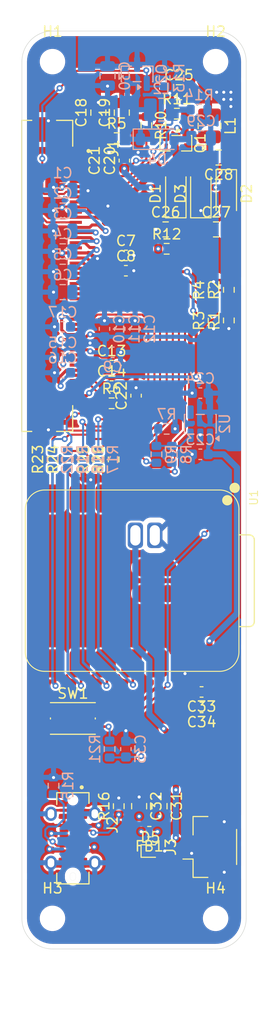
<source format=kicad_pcb>
(kicad_pcb (version 20241229) (generator "pcbnew") (generator_version "9.0")
  (layers (0 "F.Cu" signal) (2 "B.Cu" signal) (13 "F.Paste" user) (15 "B.Paste" user) (5 "F.SilkS" user "F.Silkscreen") (7 "B.SilkS" user "B.Silkscreen") (1 "F.Mask" user) (3 "B.Mask" user) (25 "Edge.Cuts" user))
  (net 0 "")
  (net 1 "+3.3V")
  (net 2 "Net-(C19-Pad1)")
  (net 4 "Net-(C22-Pad1)")
  (net 6 "+5V")
  (net 10 "+5V_USB")
  (net 12 "/epaper display (page 3)/CS")
  (net 13 "/epaper display (page 3)/SCK")
  (net 14 "/epaper display (page 3)/GDRC")
  (net 15 "Net-(J2-CC2)")
  (net 16 "Net-(J2-CC1)")
  (net 17 "Net-(U2-EN)")
  (net 18 "/epaper display (page 3)/DISP_PWR_EN")
  (net 19 "/esp32-s3/ESP32_MOSI")
  (net 20 "/esp32-s3/ESP32_SCK")
  (net 21 "/esp32-s3/ESP32_MISO")
  (net 22 "Net-(R21-Pad1)")
  (net 23 "+3V3_ESP32")
  (net 24 "/epaper display (page 3)/RESEC")
  (net 25 "/epaper display (page 3)/REFN")
  (net 27 "/epaper display (page 3)/DC")
  (net 28 "/epaper display (page 3)/CP1P")
  (net 29 "/epaper display (page 3)/VPH")
  (net 31 "/epaper display (page 3)/BUSY_N")
  (net 32 "/epaper display (page 3)/CP1N")
  (net 33 "/epaper display (page 3)/TFT_VCOM")
  (net 34 "/epaper display (page 3)/FPL_VCOM")
  (net 35 "/epaper display (page 3)/VSL_LV2")
  (net 36 "/epaper display (page 3)/VCP2")
  (net 37 "/epaper display (page 3)/BS0")
  (net 38 "/epaper display (page 3)/REFP")
  (net 39 "/esp32-s3/ESP32_DC")
  (net 40 "/epaper display (page 3)/RESEH")
  (net 41 "/epaper display (page 3)/VCP1")
  (net 42 "/epaper display (page 3)/BS1")
  (net 43 "GND")
  (net 44 "/epaper display (page 3)/VSL_LV")
  (net 45 "/esp32-s3/ESP32_CS")
  (net 46 "/epaper display (page 3)/SI2")
  (net 47 "/esp32-s3/ESP32_RST_N")
  (net 48 "/epaper display (page 3)/CP2P")
  (net 49 "/epaper display (page 3)/VSH")
  (net 50 "/epaper display (page 3)/VGH")
  (net 51 "/epaper display (page 3)/VPC")
  (net 52 "/epaper display (page 3)/RST_N")
  (net 53 "/epaper display (page 3)/VCOMBO")
  (net 54 "/epaper display (page 3)/GDRH")
  (net 55 "/epaper display (page 3)/VDDO")
  (net 56 "/epaper display (page 3)/VSL")
  (net 58 "/epaper display (page 3)/SI0")
  (net 60 "/epaper display (page 3)/VSH_LV2")
  (net 61 "/epaper display (page 3)/SI3")
  (net 63 "/epaper display (page 3)/VSH_LV")
  (net 64 "/epaper display (page 3)/CP2N")
  (net 65 "/epaper display (page 3)/SI1")
  (net 66 "/esp32-s3/ESP32_BUSY_N")
  (net 67 "/esp32-s3/ESP32_DISP_PWR_EN")
  (net 68 "/epaper display (page 3)/VGL")
  (net 69 "Net-(D2-K)")
  (net 70 "Net-(D1-A)")
  (net 71 "Net-(D4-K)")
  (net 72 "/esp32-s3/VBAT")
  (net 82 "Net-(U1-GPIO1_A0_D0)")
  (footprint "Connector_JST:JST_GH_SM02B-GHS-TB_1x02-1MP_P1.25mm_Horizontal" (layer "F.Cu") (at 90.5 129 90)
    (property "Reference" "J3")
    (property "Value" "SM02B-GHS-TB")
  )
  (footprint "Resistor_SMD:R_0603_1608Metric" (layer "F.Cu") (at 84.2125 58.2375 -90)
    (property "Reference" "R10")
    (property "Value" "0.47")
  )
  (footprint "Button_Switch_SMD:SW_Push_1P1T_NO_CK_KMR2" (layer "F.Cu") (at 77 116.4)
    (property "Reference" "SW1")
    (property "Value" "SW_Push")
  )
  (footprint "Inductor_SMD:L_0603_1608Metric" (layer "F.Cu") (at 84.5 127.5 180)
    (property "Reference" "FB1")
    (property "Value" "30mOhm@100MHz")
  )
  (footprint "Capacitor_SMD:C_0805_2012Metric" (layer "F.Cu") (at 81.8 57 90)
    (property "Reference" "C19")
    (property "Value" "0.47uF")
  )
  (footprint "Resistor_SMD:R_0603_1608Metric" (layer "F.Cu") (at 90.8 77.4 90)
    (property "Reference" "R3")
    (property "Value" "0")
  )
  (footprint "Inductor_SMD:L_1008_2520Metric" (layer "F.Cu") (at 90.4 58.3 -90)
    (property "Reference" "L1")
    (property "Value" "10uH")
  )
  (footprint "Diode_SMD:D_SOD-123" (layer "F.Cu") (at 89.549998 64.95 90)
    (property "Reference" "D3")
    (property "Value" "MBR0530")
  )
  (footprint "Package_TO_SOT_SMD:SOT-23" (layer "F.Cu") (at 87.1 60 -90)
    (property "Reference" "Q1")
    (property "Value" "BSS138")
  )
  (footprint "Diode_SMD:D_SOD-123" (layer "F.Cu") (at 92.049998 64.95 -90)
    (property "Reference" "D2")
    (property "Value" "MBR0530")
  )
  (footprint "everframe_library.footprints:AMPHENOL_GSB1CA11101DSHR" (layer "F.Cu") (at 77 128.15 -90)
    (property "Reference" "J2")
    (property "Value" "GSB1CA11101DSHR")
    (fp_line (start 3.65 0.285) (end 3.85 0.285) (stroke (width 0.01)) (layer "Edge.Cuts"))
    (fp_line (start 3.85 -0.285) (end 3.65 -0.285) (stroke (width 0.01)) (layer "Edge.Cuts"))
    (fp_arc (start 3.65 0.285) (mid 3.448475 0.201525) (end 3.365 0) (stroke (width 0.01)) (layer "Edge.Cuts"))
    (fp_arc (start 3.365 0) (mid 3.448475 -0.201525) (end 3.65 -0.285) (stroke (width 0.01)) (layer "Edge.Cuts"))
    (fp_arc (start 4.135 0) (mid 4.051525 0.201525) (end 3.85 0.285) (stroke (width 0.01)) (layer "Edge.Cuts"))
    (fp_arc (start 3.85 -0.285) (mid 4.051525 -0.201525) (end 4.135 0) (stroke (width 0.01)) (layer "Edge.Cuts"))
  )
  (footprint "Resistor_SMD:R_0603_1608Metric" (layer "F.Cu") (at 81.3 59.5)
    (property "Reference" "R5")
    (property "Value" "0")
  )
  (footprint "Capacitor_SMD:C_0603_1608Metric" (layer "F.Cu") (at 82.2 71)
    (property "Reference" "C7")
    (property "Value" "1uF")
  )
  (footprint "MountingHole:MountingHole_2mm" (layer "F.Cu") (at 91 52)
    (property "Reference" "H2")
    (property "Value" "MountingHole")
  )
  (footprint "Resistor_SMD:R_0603_1608Metric" (layer "F.Cu") (at 75 91 90)
    (property "Reference" "R23")
    (property "Value" "0")
  )
  (footprint "MountingHole:MountingHole_2mm" (layer "F.Cu") (at 91 136)
    (property "Reference" "H4")
    (property "Value" "MountingHole")
  )
  (footprint "Resistor_SMD:R_0603_1608Metric" (layer "F.Cu") (at 86.199998 70.35)
    (property "Reference" "R12")
    (property "Value" "0.47")
  )
  (footprint "Resistor_SMD:R_0603_1608Metric" (layer "F.Cu") (at 80.8 85.5)
    (property "Reference" "R6")
    (property "Value" "0")
  )
  (footprint "MountingHole:MountingHole_2mm" (layer "F.Cu") (at 75 52)
    (property "Reference" "H1")
    (property "Value" "MountingHole")
  )
  (footprint "Diode_SMD:D_SOD-882D" (layer "F.Cu") (at 84.6 129.4)
    (property "Reference" "D5")
    (property "Value" "PESD5V0L1ULD")
  )
  (footprint "Resistor_SMD:R_0603_1608Metric" (layer "F.Cu") (at 87.2 57.1)
    (property "Reference" "R11")
    (property "Value" "1M")
  )
  (footprint "Capacitor_SMD:C_0603_1608Metric" (layer "F.Cu") (at 80.8 81.8)
    (property "Reference" "C13")
    (property "Value" "1uF")
  )
  (footprint "everframe_library.footprints:AMPHENOL_62684-501100ALF" (layer "F.Cu") (at 73.707958 73.006782 -90)
    (property "Reference" "J1")
    (property "Value" "62684-501100ALF")
  )
  (footprint "Capacitor_SMD:C_0805_2012Metric" (layer "F.Cu") (at 91.3 61.4 180)
    (property "Reference" "C28")
    (property "Value" "10uF")
  )
  (footprint "Resistor_SMD:R_0603_1608Metric" (layer "F.Cu") (at 90.8 74.4 90)
    (property "Reference" "R4")
    (property "Value" "0")
  )
  (footprint "Diode_SMD:D_SOD-123" (layer "F.Cu") (at 87.099998 64.95 90)
    (property "Reference" "D1")
    (property "Value" "MBR0530")
  )
  (footprint "Capacitor_SMD:C_0805_2012Metric" (layer "F.Cu") (at 85.5 125 -90)
    (property "Reference" "C31")
    (property "Value" "10uF")
  )
  (footprint "Capacitor_SMD:C_0603_1608Metric" (layer "F.Cu") (at 80.8 83.8)
    (property "Reference" "C14")
    (property "Value" "1uF")
  )
  (footprint "Resistor_SMD:R_0603_1608Metric" (layer "F.Cu") (at 76.5 91 90)
    (property "Reference" "R24")
    (property "Value" "0")
  )
  (footprint "Capacitor_SMD:C_0603_1608Metric" (layer "F.Cu") (at 89.625 113.8 180)
    (property "Reference" "C33")
    (property "Value" "0.1uF")
  )
  (footprint "Capacitor_SMD:C_0805_2012Metric" (layer "F.Cu") (at 83.5 125 -90)
    (property "Reference" "C32")
    (property "Value" "10uF")
  )
  (footprint "seed_studio:XIAO-ESP32S3-SMD" (layer "F.Cu") (at 82.797 102.896364 -90)
    (property "Reference" "U1")
    (property "Value" "XIAO-ESP32-S3-SMD")
  )
  (footprint "Resistor_SMD:R_0603_1608Metric" (layer "F.Cu") (at 81.5 125 90)
    (property "Reference" "R16")
    (property "Value" "5.1k")
  )
  (footprint "Capacitor_SMD:C_0603_1608Metric" (layer "F.Cu") (at 82.05 61.7 90)
    (property "Reference" "C20")
    (property "Value" "0.1uF")
  )
  (footprint "Capacitor_SMD:C_0805_2012Metric" (layer "F.Cu") (at 91.049998 68.45)
    (property "Reference" "C27")
    (property "Value" "10uF")
  )
  (footprint "Capacitor_SMD:C_0603_1608Metric" (layer "F.Cu") (at 82.2 72.5)
    (property "Reference" "C8")
    (property "Value" "1uF")
  )
  (footprint "Resistor_SMD:R_0603_1608Metric" (layer "F.Cu") (at 81 91 90)
    (property "Reference" "R26")
    (property "Value" "0")
  )
  (footprint "Resistor_SMD:R_0603_1608Metric" (layer "F.Cu") (at 78 91 -90)
    (property "Reference" "R20")
    (property "Value" "100k")
  )
  (footprint "MountingHole:MountingHole_2mm" (layer "F.Cu") (at 75 136)
    (property "Reference" "H3")
    (property "Value" "MountingHole")
  )
  (footprint "Resistor_SMD:R_0603_1608Metric" (layer "F.Cu") (at 92.3 77.375 90)
    (property "Reference" "R1")
    (property "Value" "0")
  )
  (footprint "Capacitor_SMD:C_0805_2012Metric" (layer "F.Cu") (at 87.4 55)
    (property "Reference" "C25")
    (property "Value" "4.7uF")
  )
  (footprint "Capacitor_SMD:C_0603_1608Metric" (layer "F.Cu") (at 89.625 115.324 180)
    (property "Reference" "C34")
    (property "Value" "1uF")
  )
  (footprint "Resistor_SMD:R_0603_1608Metric" (layer "F.Cu") (at 79.5 91 90)
    (property "Reference" "R25")
    (property "Value" "0")
  )
  (footprint "Resistor_SMD:R_0603_1608Metric" (layer "F.Cu") (at 92.3 74.375 90)
    (property "Reference" "R2")
    (property "Value" "0")
  )
  (footprint "Capacitor_SMD:C_0603_1608Metric" (layer "F.Cu") (at 80.55 61.7 90)
    (property "Reference" "C21")
    (property "Value" "1uF")
  )
  (footprint "Capacitor_SMD:C_0603_1608Metric" (layer "F.Cu") (at 83.2 84.75 90)
    (property "Reference" "C22")
    (property "Value" "0.47uF")
  )
  (footprint "Capacitor_SMD:C_0805_2012Metric" (layer "F.Cu") (at 79.5 57 90)
    (property "Reference" "C18")
    (property "Value" "4.7uF")
  )
  (footprint "Capacitor_SMD:C_0805_2012Metric" (layer "F.Cu") (at 86.099998 68.45)
    (property "Reference" "C26")
    (property "Value" "10uF")
  )
  (footprint "Capacitor_SMD:C_0603_1608Metric" (layer "B.Cu") (at 89.5 90.5 180)
    (property "Reference" "C23")
    (property "Value" "1uF")
  )
  (footprint "Capacitor_SMD:C_0805_2012Metric" (layer "B.Cu") (at 89.575 59.50675 180)
    (property "Reference" "C29")
    (property "Value" "10uF")
  )
  (footprint "Package_TO_SOT_SMD:SOT-23-5" (layer "B.Cu") (at 89.5 87.5 90)
    (property "Reference" "U2")
    (property "Value" "TLV75533PDBV")
  )
  (footprint "Capacitor_SMD:C_0805_2012Metric" (layer "B.Cu") (at 76 72.6 180)
    (property "Reference" "C5")
    (property "Value" "10uF")
  )
  (footprint "Capacitor_SMD:C_0603_1608Metric" (layer "B.Cu") (at 83.1 78.2 90)
    (property "Reference" "C12")
    (property "Value" "1uF")
  )
  (footprint "Capacitor_SMD:C_0603_1608Metric" (layer "B.Cu") (at 76 78 180)
    (property "Reference" "C17")
    (property "Value" "2.2uF")
  )
  (footprint "Package_TO_SOT_SMD:SOT-23" (layer "B.Cu") (at 83.3 53.2 90)
    (property "Reference" "Q2")
    (property "Value" "SI2301CDS-T1-E3")
  )
  (footprint "Resistor_SMD:R_0603_1608Metric" (layer "B.Cu") (at 75 91 90)
    (property "Reference" "R22")
    (property "Value" "0")
  )
  (footprint "Capacitor_SMD:C_0805_2012Metric" (layer "B.Cu") (at 76 66.6 180)
    (property "Reference" "C2")
    (property "Value" "10uF")
  )
  (footprint "Capacitor_SMD:C_0805_2012Metric" (layer "B.Cu") (at 76 64.6 180)
    (property "Reference" "C1")
    (property "Value" "10uF")
  )
  (footprint "Diode_SMD:D_SOD-123" (layer "B.Cu") (at 85.275 59.60675)
    (property "Reference" "D4")
    (property "Value" "MBR0530")
  )
  (footprint "Resistor_SMD:R_0603_1608Metric" (layer "B.Cu") (at 76.5 91 90)
    (property "Reference" "R19")
    (property "Value" "33")
  )
  (footprint "Capacitor_SMD:C_0805_2012Metric" (layer "B.Cu") (at 76 68.6 180)
    (property "Reference" "C3")
    (property "Value" "10uF")
  )
  (footprint "Resistor_SMD:R_0603_1608Metric" (layer "B.Cu") (at 75.1 123 90)
    (property "Reference" "R15")
    (property "Value" "5.1k")
  )
  (footprint "Resistor_SMD:R_0603_1608Metric" (layer "B.Cu") (at 86.7 90.5 90)
    (property "Reference" "R8")
    (property "Value" "0")
  )
  (footprint "Capacitor_SMD:C_0603_1608Metric" (layer "B.Cu") (at 80.1 78.2 90)
    (property "Reference" "C10")
    (property "Value" "1uF")
  )
  (footprint "Capacitor_SMD:C_0805_2012Metric" (layer "B.Cu") (at 80.4 53.4 90)
    (property "Reference" "C30")
    (property "Value" "4.7uF")
  )
  (footprint "Capacitor_SMD:C_0603_1608Metric" (layer "B.Cu") (at 80.9 80.5)
    (property "Reference" "C9")
    (property "Value" "0.1uF")
  )
  (footprint "Inductor_SMD:L_1008_2520Metric" (layer "B.Cu") (at 85.675 56.70675 180)
    (property "Reference" "L2")
    (property "Value" "10uH")
  )
  (footprint "Capacitor_SMD:C_0603_1608Metric" (layer "B.Cu") (at 76 81 180)
    (property "Reference" "C15")
    (property "Value" "1uF")
  )
  (footprint "Capacitor_SMD:C_0603_1608Metric" (layer "B.Cu") (at 76 82.5 180)
    (property "Reference" "C16")
    (property "Value" "1uF")
  )
  (footprint "Capacitor_SMD:C_0603_1608Metric" (layer "B.Cu") (at 82.2 119.4 90)
    (property "Reference" "C35")
    (property "Value" "1uF")
  )
  (footprint "Capacitor_SMD:C_0805_2012Metric" (layer "B.Cu") (at 76 70.6 180)
    (property "Reference" "C4")
    (property "Value" "10uF")
  )
  (footprint "Resistor_SMD:R_0603_1608Metric" (layer "B.Cu") (at 89.375 56.70675 180)
    (property "Reference" "R14")
    (property "Value" "0.47")
  )
  (footprint "Capacitor_SMD:C_0603_1608Metric" (layer "B.Cu") (at 81.6 78.2 90)
    (property "Reference" "C11")
    (property "Value" "0.1uF")
  )
  (footprint "Resistor_SMD:R_0603_1608Metric" (layer "B.Cu") (at 80.6 119.4 -90)
    (property "Reference" "R21")
    (property "Value" "1k")
  )
  (footprint "Capacitor_SMD:C_0805_2012Metric" (layer "B.Cu") (at 76 74.6 180)
    (property "Reference" "C6")
    (property "Value" "10uF")
  )
  (footprint "Resistor_SMD:R_0603_1608Metric" (layer "B.Cu") (at 86 53.6 90)
    (property "Reference" "R13")
    (property "Value" "1M")
  )
  (footprint "Capacitor_SMD:C_0603_1608Metric" (layer "B.Cu") (at 89.5 84.5 180)
    (property "Reference" "C24")
    (property "Value" "1uF")
  )
  (footprint "Resistor_SMD:R_0603_1608Metric" (layer "B.Cu") (at 85.2 90.5 90)
    (property "Reference" "R9")
    (property "Value" "0")
  )
  (footprint "Resistor_SMD:R_0603_1608Metric" (layer "B.Cu") (at 78 91 90)
    (property "Reference" "R18")
    (property "Value" "33")
  )
  (footprint "Resistor_SMD:R_0603_1608Metric" (layer "B.Cu") (at 86.2 88 180)
    (property "Reference" "R7")
    (property "Value" "100k")
  )
  (footprint "Resistor_SMD:R_0603_1608Metric" (layer "B.Cu") (at 79.5 91 90)
    (property "Reference" "R17")
    (property "Value" "33")
  )
  (gr_arc (start 75 139) (mid 72.87868 138.12132) (end 72 136) (stroke (width 0.05)) (layer "Edge.Cuts"))
  (gr_arc (start 94 136) (mid 93.12132 138.12132) (end 91 139) (stroke (width 0.05)) (layer "Edge.Cuts"))
  (gr_line (start 72 136) (end 72 52) (stroke (width 0.05)) (layer "Edge.Cuts"))
  (gr_line (start 94 52) (end 94 136) (stroke (width 0.05)) (layer "Edge.Cuts"))
  (gr_arc (start 72 52) (mid 72.87868 49.87868) (end 75 49) (stroke (width 0.05)) (layer "Edge.Cuts"))
  (gr_line (start 75 49) (end 91 49) (stroke (width 0.05)) (layer "Edge.Cuts"))
  (gr_line (start 91 139) (end 75 139) (stroke (width 0.05)) (layer "Edge.Cuts"))
  (gr_arc (start 91 49) (mid 93.12132 49.87868) (end 94 52) (stroke (width 0.05)) (layer "Edge.Cuts"))
  (segment (start 84.6 64.331816) (end 91 64.331816) (width 0.6) (layer "F.Cu") (net 1))
  (segment (start 78.029331 79.256782) (end 78.541794 78.744319) (width 0.3) (layer "F.Cu") (net 1))
  (segment (start 80.55 62.475) (end 82.05 62.475) (width 0.4) (layer "F.Cu") (net 1))
  (segment (start 78.9 62.475) (end 78.675 62.475) (width 0.3) (layer "F.Cu") (net 1))
  (segment (start 78.675 62.475) (end 78.456782 62.256782) (width 0.3) (layer "F.Cu") (net 1))
  (segment (start 78.456782 80.256782) (end 78.6 80.4) (width 0.3) (layer "F.Cu") (net 1))
  (segment (start 77.282958 80.256782) (end 78.456782 80.256782) (width 0.3) (layer "F.Cu") (net 1))
  (segment (start 75.866832 79.256782) (end 75.839917 79.229867) (width 0.3) (layer "F.Cu") (net 1))
  (segment (start 77.282958 79.256782) (end 75.866832 79.256782) (width 0.3) (layer "F.Cu") (net 1))
  (segment (start 78.456782 62.256782) (end 77.282958 62.256782) (width 0.3) (layer "F.Cu") (net 1))
  (segment (start 78.541794 78.744319) (end 78.704804 78.744319) (width 0.3) (layer "F.Cu") (net 1))
  (segment (start 77.282958 79.256782) (end 78.029331 79.256782) (width 0.3) (layer "F.Cu") (net 1))
  (segment (start 78.6 80.4) (end 78.7 80.4) (width 0.3) (layer "F.Cu") (net 1))
  (segment (start 78.9 62.475) (end 80.55 62.475) (width 0.4) (layer "F.Cu") (net 1))
  (via (at 78.704804 78.744319) (size 0.6) (drill 0.3) (layers "F.Cu" "B.Cu") (net 1))
  (via (at 92.3 78.175) (size 0.6) (drill 0.3) (layers "F.Cu" "B.Cu") (net 1))
  (via (at 91.8 55) (size 0.6) (drill 0.3) (layers "F.Cu" "B.Cu") (net 1))
  (via (at 91 64.331816) (size 0.6) (drill 0.3) (layers "F.Cu" "B.Cu") (net 1))
  (via (at 91.1 55) (size 0.6) (drill 0.3) (layers "F.Cu" "B.Cu") (net 1))
  (via (at 78.7 80.4) (size 0.6) (drill 0.3) (layers "F.Cu" "B.Cu") (net 1))
  (via (at 92.5 55) (size 0.6) (drill 0.3) (layers "F.Cu" "B.Cu") (net 1))
  (via (at 82.05 62.475) (size 0.6) (drill 0.3) (layers "F.Cu" "B.Cu") (net 1))
  (via (at 90.8 78.2) (size 0.6) (drill 0.3) (layers "F.Cu" "B.Cu") (net 1))
  (via (at 84.6 64.331816) (size 0.6) (drill 0.3) (layers "F.Cu" "B.Cu") (net 1))
  (via (at 91.8 55.7) (size 0.6) (drill 0.3) (layers "F.Cu" "B.Cu") (net 1))
  (via (at 92.5 56.4) (size 0.6) (drill 0.3) (layers "F.Cu" "B.Cu") (net 1))
  (via (at 92.5 55.7) (size 0.6) (drill 0.3) (layers "F.Cu" "B.Cu") (net 1))
  (via (at 75.839917 79.229867) (size 0.6) (drill 0.3) (layers "F.Cu" "B.Cu") (net 1))
  (segment (start 81.6 78.975) (end 83.1 78.975) (width 0.4) (layer "B.Cu") (net 1))
  (segment (start 90.45 86.3625) (end 90.45 84.675) (width 0.6) (layer "B.Cu") (net 1))
  (segment (start 79.675 78.975) (end 79.5 78.8) (width 0.4) (layer "B.Cu") (net 1))
  (segment (start 83.1 78.975) (end 88.175 78.975) (width 0.4) (layer "B.Cu") (net 1))
  (segment (start 80.1 78.975) (end 81.6 78.975) (width 0.4) (layer "B.Cu") (net 1))
  (segment (start 78.760485 78.8) (end 78.704804 78.744319) (width 0.4) (layer "B.Cu") (net 1))
  (segment (start 82.05 62.475) (end 82.05 62.85) (width 0.6) (layer "B.Cu") (net 1))
  (segment (start 80.1 78.975) (end 79.675 78.975) (width 0.4) (layer "B.Cu") (net 1))
  (segment (start 83.531816 64.331816) (end 84.6 64.331816) (width 0.6) (layer "B.Cu") (net 1))
  (segment (start 91.668184 64.331816) (end 91.7 64.3) (width 0.6) (layer "B.Cu") (net 1))
  (segment (start 80.125 79) (end 80.1 78.975) (width 0.4) (layer "B.Cu") (net 1))
  (segment (start 79.5 78.8) (end 78.760485 78.8) (width 0.4) (layer "B.Cu") (net 1))
  (segment (start 88.5 79.3) (end 89.7 79.3) (width 0.4) (layer "B.Cu") (net 1))
  (segment (start 89.7 79.3) (end 90.8 78.2) (width 0.4) (layer "B.Cu") (net 1))
  (segment (start 91 64.331816) (end 91.668184 64.331816) (width 0.6) (layer "B.Cu") (net 1))
  (segment (start 88.175 78.975) (end 88.5 79.3) (width 0.4) (layer "B.Cu") (net 1))
  (segment (start 90.45 84.675) (end 90.275 84.5) (width 0.6) (layer "B.Cu") (net 1))
  (segment (start 80.125 80.5) (end 80.125 79) (width 0.4) (layer "B.Cu") (net 1))
  (segment (start 78.8 80.5) (end 78.7 80.4) (width 0.4) (layer "B.Cu") (net 1))
  (segment (start 80.125 80.5) (end 78.8 80.5) (width 0.4) (layer "B.Cu") (net 1))
  (segment (start 82.05 62.85) (end 83.531816 64.331816) (width 0.6) (layer "B.Cu") (net 1))
  (segment (start 82.125 58.275) (end 81.8 57.95) (width 0.4) (layer "F.Cu") (net 2))
  (segment (start 82.125 59.5) (end 82.125 58.275) (width 0.4) (layer "F.Cu") (net 2))
  (segment (start 83.175 85.5) (end 83.2 85.525) (width 0.2) (layer "F.Cu") (net 4))
  (segment (start 81.625 85.5) (end 81.625 85.575) (width 0.2) (layer "F.Cu") (net 4))
  (segment (start 81.625 85.5) (end 83.175 85.5) (width 0.2) (layer "F.Cu") (net 4))
  (segment (start 81.625 85.575) (end 81.6 85.6) (width 0.2) (layer "F.Cu") (net 4))
  (segment (start 90.4 113.8) (end 90.4 111.18325) (width 0.4) (layer "F.Cu") (net 6))
  (segment (start 85.3 126.2) (end 85.5 126) (width 0.6) (layer "F.Cu") (net 6))
  (segment (start 85.3 127.5) (end 85.3 126.2) (width 0.6) (layer "F.Cu") (net 6))
  (segment (start 90.4 108.8) (end 90.4 110.97) (width 0.6) (layer "F.Cu") (net 6))
  (segment (start 90.4 110.97) (end 90.37 111) (width 0.6) (layer "F.Cu") (net 6))
  (segment (start 85.5 126) (end 83.5 126) (width 0.6) (layer "F.Cu") (net 6))
  (segment (start 90.4 111.18325) (end 90.50075 111.0825) (width 0.4) (layer "F.Cu") (net 6))
  (segment (start 90.4 115.324) (end 90.4 113.8) (width 0.4) (layer "F.Cu") (net 6))
  (via (at 90.4 108.8) (size 0.6) (drill 0.3) (layers "F.Cu" "B.Cu") (net 6))
  (via (at 83.5 126) (size 0.6) (drill 0.3) (layers "F.Cu" "B.Cu") (net 6))
  (via (at 85.5 126) (size 0.6) (drill 0.3) (layers "F.Cu" "B.Cu") (net 6))
  (via (at 85.3 127.5) (size 0.6) (drill 0.3) (layers "F.Cu" "B.Cu") (net 6))
  (segment (start 91.8 90.5) (end 93.1 91.8) (width 0.6) (layer "B.Cu") (net 6))
  (segment (start 90.45 88.6375) (end 90.45 89.55) (width 0.4) (layer "B.Cu") (net 6))
  (segment (start 90.45 89.55) (end 90.275 89.725) (width 0.4) (layer "B.Cu") (net 6))
  (segment (start 93.1 106.1) (end 90.4 108.8) (width 0.6) (layer "B.Cu") (net 6))
  (segment (start 90.275 90.5) (end 91.8 90.5) (width 0.6) (layer "B.Cu") (net 6))
  (segment (start 93.1 91.8) (end 93.1 106.1) (width 0.6) (layer "B.Cu") (net 6))
  (segment (start 90.275 89.725) (end 90.275 90.5) (width 0.4) (layer "B.Cu") (net 6))
  (segment (start 75.2 127.097019) (end 75.406661 126.890358) (width 0.3) (layer "F.Cu") (net 10))
  (segment (start 83.7125 128.4125) (end 83.7125 127.5) (width 0.4) (layer "F.Cu") (net 10))
  (segment (start 78.708642 129.391358) (end 79.1 129) (width 0.3) (layer "F.Cu") (net 10))
  (segment (start 84.2 128.9) (end 83.7125 128.4125) (width 0.4) (layer "F.Cu") (net 10))
  (segment (start 84.2 129.4) (end 84.2 128.9) (width 0.4) (layer "F.Cu") (net 10))
  (segment (start 76.192661 129.391358) (end 74.891358 129.391358) (width 0.3) (layer "F.Cu") (net 10))
  (segment (start 75.2 127.369622) (end 75.2 127.097019) (width 0.3) (layer "F.Cu") (net 10))
  (segment (start 77.922661 126.891358) (end 79.514402 126.891358) (width 0.3) (layer "F.Cu") (net 10))
  (segment (start 79.514402 126.891358) (end 79.519392 126.886368) (width 0.3) (layer "F.Cu") (net 10))
  (segment (start 74.891358 129.391358) (end 74.7 129.2) (width 0.3) (layer "F.Cu") (net 10))
  (segment (start 75.406661 126.890358) (end 76.192661 126.890358) (width 0.3) (layer "F.Cu") (net 10))
  (segment (start 74.896025 127.673597) (end 75.2 127.369622) (width 0.3) (layer "F.Cu") (net 10))
  (segment (start 77.922661 129.391358) (end 78.708642 129.391358) (width 0.3) (layer "F.Cu") (net 10))
  (via (at 79.519392 126.886368) (size 0.6) (drill 0.3) (layers "F.Cu" "B.Cu") (net 10))
  (via (at 79.1 129) (size 0.6) (drill 0.3) (layers "F.Cu" "B.Cu") (net 10))
  (via (at 74.896025 127.673597) (size 0.6) (drill 0.3) (layers "F.Cu" "B.Cu") (net 10))
  (via (at 74.7 129.2) (size 0.6) (drill 0.3) (layers "F.Cu" "B.Cu") (net 10))
  (via (at 83.7 127.5) (size 0.6) (drill 0.3) (layers "F.Cu" "B.Cu") (net 10))
  (segment (start 74.7 129.2) (end 76 129.2) (width 0.3) (layer "B.Cu") (net 10))
  (segment (start 76.326403 127.673597) (end 76.35 127.65) (width 0.3) (layer "B.Cu") (net 10))
  (segment (start 74.896025 127.673597) (end 76.326403 127.673597) (width 0.3) (layer "B.Cu") (net 10))
  (segment (start 86.2 85.8) (end 83.825 88.175) (width 0.2) (layer "F.Cu") (net 12))
  (segment (start 86.2 76.4) (end 86.2 85.8) (width 0.2) (layer "F.Cu") (net 12))
  (segment (start 78.834314 75.4) (end 85.2 75.4) (width 0.2) (layer "F.Cu") (net 12))
  (segment (start 78.477532 75.756782) (end 78.834314 75.4) (width 0.2) (layer "F.Cu") (net 12))
  (segment (start 75 89) (end 75 90.175) (width 0.2) (layer "F.Cu") (net 12))
  (segment (start 77.282958 75.756782) (end 78.477532 75.756782) (width 0.2) (layer "F.Cu") (net 12))
  (segment (start 85.2 75.4) (end 86.2 76.4) (width 0.2) (layer "F.Cu") (net 12))
  (segment (start 75.825 88.175) (end 75 89) (width 0.2) (layer "F.Cu") (net 12))
  (segment (start 83.825 88.175) (end 75.825 88.175) (width 0.2) (layer "F.Cu") (net 12))
  (segment (start 85.55 76.55) (end 85.55 85.684314) (width 0.2) (layer "F.Cu") (net 13))
  (segment (start 78.409877 87.774999) (end 77.937566 87.302688) (width 0.2) (layer "F.Cu") (net 13))
  (segment (start 77.282958 76.256782) (end 78.543218 76.256782) (width 0.2) (layer "F.Cu") (net 13))
  (segment (start 84.8 75.8) (end 85.55 76.55) (width 0.2) (layer "F.Cu") (net 13))
  (segment (start 85.55 85.684314) (end 83.459317 87.774997) (width 0.2) (layer "F.Cu") (net 13))
  (segment (start 79 75.8) (end 84.8 75.8) (width 0.2) (layer "F.Cu") (net 13))
  (segment (start 78.543218 76.256782) (end 79 75.8) (width 0.2) (layer "F.Cu") (net 13))
  (segment (start 83.459317 87.774997) (end 78.409877 87.774999) (width 0.2) (layer "F.Cu") (net 13))
  (via (at 77.937566 87.302688) (size 0.6) (drill 0.3) (layers "F.Cu" "B.Cu") (net 13))
  (segment (start 78 87.365122) (end 77.937566 87.302688) (width 0.2) (layer "B.Cu") (net 13))
  (segment (start 78 90.175) (end 78 87.365122) (width 0.2) (layer "B.Cu") (net 13))
  (segment (start 75.7 54.6) (end 77.4 52.9) (width 0.2) (layer "F.Cu") (net 14))
  (segment (start 74.175 64.975) (end 74 64.8) (width 0.2) (layer "F.Cu") (net 14))
  (segment (start 76.125 64.975) (end 74.175 64.975) (width 0.2) (layer "F.Cu") (net 14))
  (segment (start 76.343218 64.756782) (end 76.125 64.975) (width 0.2) (layer "F.Cu") (net 14))
  (segment (start 77.4 52.9) (end 84.2 52.9) (width 0.2) (layer "F.Cu") (net 14))
  (segment (start 77.282958 64.756782) (end 76.343218 64.756782) (width 0.2) (layer "F.Cu") (net 14))
  (segment (start 84.2 52.9) (end 84.2 52.854174) (width 0.2) (layer "F.Cu") (net 14))
  (segment (start 74 64.8) (end 74 61.5) (width 0.2) (layer "F.Cu") (net 14))
  (via (at 75.7 54.6) (size 0.6) (drill 0.3) (layers "F.Cu" "B.Cu") (net 14))
  (via (at 84.2 52.854174) (size 0.6) (drill 0.3) (layers "F.Cu" "B.Cu") (net 14))
  (via (at 74 61.5) (size 0.6) (drill 0.3) (layers "F.Cu" "B.Cu") (net 14))
  (segment (start 84.25 54.1375) (end 84.5375 54.425) (width 0.2) (layer "B.Cu") (net 14))
  (segment (start 86 54.425) (end 85.770826 54.425) (width 0.2) (layer "B.Cu") (net 14))
  (segment (start 84.25 54.1375) (end 84.25 52.904174) (width 0.2) (layer "B.Cu") (net 14))
  (segment (start 84.5375 54.425) (end 86 54.425) (width 0.2) (layer "B.Cu") (net 14))
  (segment (start 74 56.3) (end 75.7 54.6) (width 0.2) (layer "B.Cu") (net 14))
  (segment (start 84.25 52.904174) (end 84.2 52.854174) (width 0.2) (layer "B.Cu") (net 14))
  (segment (start 74 61.5) (end 74 56.3) (width 0.2) (layer "B.Cu") (net 14))
  (segment (start 76.192661 128.891358) (end 75.441812 128.891358) (width 0.2) (layer "F.Cu") (net 15))
  (segment (start 75.441812 128.891358) (end 75.015136 128.464682) (width 0.2) (layer "F.Cu") (net 15))
  (via (at 75.015136 128.464682) (size 0.6) (drill 0.3) (layers "F.Cu" "B.Cu") (net 15))
  (segment (start 75.015136 128.464682) (end 74.837167 128.464682) (width 0.2) (layer "B.Cu") (net 15))
  (segment (start 76.1 126.3) (end 76.1 124.825) (width 0.2) (layer "B.Cu") (net 15))
  (segment (start 75.4 127) (end 76.1 126.3) (width 0.2) (layer "B.Cu") (net 15))
  (segment (start 74.295025 127.92254) (end 74.295025 127.304975) (width 0.2) (layer "B.Cu") (net 15))
  (segment (start 74.6 127) (end 75.4 127) (width 0.2) (layer "B.Cu") (net 15))
  (segment (start 74.295025 127.304975) (end 74.6 127) (width 0.2) (layer "B.Cu") (net 15))
  (segment (start 76.1 124.825) (end 75.1 123.825) (width 0.2) (layer "B.Cu") (net 15))
  (segment (start 74.837167 128.464682) (end 74.295025 127.92254) (width 0.2) (layer "B.Cu") (net 15))
  (segment (start 78.753548 127.391358) (end 78.791358 127.391358) (width 0.2) (layer "F.Cu") (net 16))
  (segment (start 78.791358 127.391358) (end 79 127.6) (width 0.2) (layer "F.Cu") (net 16))
  (segment (start 77.922661 127.391358) (end 78.753548 127.391358) (width 0.2) (layer "F.Cu") (net 16))
  (via (at 81.5 125.825) (size 0.6) (drill 0.3) (layers "F.Cu" "B.Cu") (net 16))
  (via (at 79 127.6) (size 0.6) (drill 0.3) (layers "F.Cu" "B.Cu") (net 16))
  (segment (start 81.5 126.5625) (end 81.5 125.825) (width 0.2) (layer "B.Cu") (net 16))
  (segment (start 79 127.6) (end 80.4625 127.6) (width 0.2) (layer "B.Cu") (net 16))
  (segment (start 80.4625 127.6) (end 81.5 126.5625) (width 0.2) (layer "B.Cu") (net 16))
  (segment (start 86.7 89.675) (end 87.5125 89.675) (width 0.2) (layer "B.Cu") (net 17))
  (segment (start 87.5125 89.675) (end 88.55 88.6375) (width 0.2) (layer "B.Cu") (net 17))
  (segment (start 85.2 89.675) (end 85.2 88.175) (width 0.2) (layer "B.Cu") (net 17))
  (segment (start 85.2 88.175) (end 85.375 88) (width 0.2) (layer "B.Cu") (net 17))
  (segment (start 86.7 89.675) (end 85.2 89.675) (width 0.2) (layer "B.Cu") (net 17))
  (segment (start 83.175 90.175) (end 84.2 91.2) (width 0.2) (layer "F.Cu") (net 18))
  (segment (start 81 90.175) (end 83.175 90.175) (width 0.2) (layer "F.Cu") (net 18))
  (via (at 84.2 91.2) (size 0.6) (drill 0.3) (layers "F.Cu" "B.Cu") (net 18))
  (segment (start 84.325 91.325) (end 84.2 91.2) (width 0.2) (layer "B.Cu") (net 18))
  (segment (start 85.2 91.325) (end 84.325 91.325) (width 0.2) (layer "B.Cu") (net 18))
  (segment (start 82.88075 113.08075) (end 82.9 113.1) (width 0.25) (layer "F.Cu") (net 19))
  (segment (start 82.88075 111.0825) (end 82.88075 113.08075) (width 0.25) (layer "F.Cu") (net 19))
  (via (at 82.9 113.1) (size 0.6) (drill 0.3) (layers "F.Cu" "B.Cu") (net 19))
  (segment (start 79.5 109.7) (end 79.5 91.825) (width 0.25) (layer "B.Cu") (net 19))
  (segment (start 82.9 113.1) (end 79.5 109.7) (width 0.25) (layer "B.Cu") (net 19))
  (segment (start 80.34075 111.0825) (end 80.34075 113.15925) (width 0.25) (layer "F.Cu") (net 20))
  (segment (start 80.34075 113.15925) (end 80.3 113.2) (width 0.25) (layer "F.Cu") (net 20))
  (via (at 80.3 113.2) (size 0.6) (drill 0.3) (layers "F.Cu" "B.Cu") (net 20))
  (segment (start 78 110.9) (end 78 91.825) (width 0.25) (layer "B.Cu") (net 20))
  (segment (start 80.3 113.2) (end 78 110.9) (width 0.25) (layer "B.Cu") (net 20))
  (segment (start 77.80075 111.0825) (end 77.80075 113.19925) (width 0.25) (layer "F.Cu") (net 21))
  (segment (start 77.80075 113.19925) (end 77.8 113.2) (width 0.25) (layer "F.Cu") (net 21))
  (via (at 77.8 113.2) (size 0.6) (drill 0.3) (layers "F.Cu" "B.Cu") (net 21))
  (segment (start 76.5 111.9) (end 76.5 91.825) (width 0.25) (layer "B.Cu") (net 21))
  (segment (start 77.8 113.2) (end 76.5 111.9) (width 0.25) (layer "B.Cu") (net 21))
  (segment (start 79.05 117.2) (end 80.5 117.2) (width 0.25) (layer "F.Cu") (net 22))
  (segment (start 74.95 117.2) (end 79.05 117.2) (width 0.25) (layer "F.Cu") (net 22))
  (via (at 80.5 117.2) (size 0.6) (drill 0.3) (layers "F.Cu" "B.Cu") (net 22))
  (segment (start 80.6 118.575) (end 80.6 117.3) (width 0.2) (layer "B.Cu") (net 22))
  (segment (start 80.6 117.3) (end 80.5 117.2) (width 0.2) (layer "B.Cu") (net 22))
  (segment (start 74.95 115.6) (end 79.05 115.6) (width 0.3) (layer "F.Cu") (net 23))
  (segment (start 85.42075 111.0825) (end 85.3175 111.0825) (width 0.25) (layer "F.Cu") (net 23))
  (segment (start 82.9 115.6) (end 79.05 115.6) (width 0.3) (layer "F.Cu") (net 23))
  (segment (start 85.29 113.21) (end 82.9 115.6) (width 0.3) (layer "F.Cu") (net 23))
  (segment (start 85.3175 111.0825) (end 85.3 111.1) (width 0.25) (layer "F.Cu") (net 23))
  (segment (start 85.29 111) (end 85.29 113.21) (width 0.3) (layer "F.Cu") (net 23))
  (segment (start 79.3 64.7) (end 82.18148 64.7) (width 0.2) (layer "F.Cu") (net 24))
  (segment (start 82.18148 64.7) (end 83.626 63.25548) (width 0.2) (layer "F.Cu") (net 24))
  (segment (start 77.282958 65.256782) (end 78.743218 65.256782) (width 0.2) (layer "F.Cu") (net 24))
  (segment (start 84.9 61.415795) (end 84.9 60.8) (width 0.2) (layer "F.Cu") (net 24))
  (segment (start 83.626 63.25548) (end 83.626 62.689795) (width 0.2) (layer "F.Cu") (net 24))
  (segment (start 83.626 62.689795) (end 84.9 61.415795) (width 0.2) (layer "F.Cu") (net 24))
  (segment (start 78.743218 65.256782) (end 79.3 64.7) (width 0.2) (layer "F.Cu") (net 24))
  (via (at 84.9 60.8) (size 0.6) (drill 0.3) (layers "F.Cu" "B.Cu") (net 24))
  (segment (start 84.9 60.8) (end 85.772 59.928) (width 0.2) (layer "B.Cu") (net 24))
  (segment (start 85.772 59.928) (end 85.772 58.528) (width 0.2) (layer "B.Cu") (net 24))
  (segment (start 88.55 56.70675) (end 86.75 56.70675) (width 0.6) (layer "B.Cu") (net 24))
  (segment (start 86.75 58.05) (end 86.75 56.70675) (width 0.2) (layer "B.Cu") (net 24))
  (segment (start 86.1 58.2) (end 86.6 58.2) (width 0.2) (layer "B.Cu") (net 24))
  (segment (start 85.772 58.528) (end 86.1 58.2) (width 0.2) (layer "B.Cu") (net 24))
  (segment (start 86.6 58.2) (end 86.75 58.05) (width 0.2) (layer "B.Cu") (net 24))
  (segment (start 80.4208 72.0042) (end 81.425 71) (width 0.3) (layer "F.Cu") (net 25))
  (segment (start 77.282958 71.256782) (end 78.371613 71.256782) (width 0.3) (layer "F.Cu") (net 25))
  (segment (start 79.119031 72.0042) (end 80.4208 72.0042) (width 0.3) (layer "F.Cu") (net 25))
  (segment (start 78.371613 71.256782) (end 79.119031 72.0042) (width 0.3) (layer "F.Cu") (net 25))
  (segment (start 76.625 88.575) (end 76.2 89) (width 0.2) (layer "F.Cu") (net 27))
  (segment (start 86.8 75.8) (end 86.8 86) (width 0.2) (layer "F.Cu") (net 27))
  (segment (start 78.66863 75) (end 86 75) (width 0.2) (layer "F.Cu") (net 27))
  (segment (start 78.411846 75.256782) (end 78.66863 75) (width 0.2) (layer "F.Cu") (net 27))
  (segment (start 83.8 89) (end 79.00104 89) (width 0.2) (layer "F.Cu") (net 27))
  (segment (start 86 75) (end 86.8 75.8) (width 0.2) (layer "F.Cu") (net 27))
  (segment (start 78.57604 88.575) (end 76.625 88.575) (width 0.2) (layer "F.Cu") (net 27))
  (segment (start 86.8 86) (end 83.8 89) (width 0.2) (layer "F.Cu") (net 27))
  (segment (start 79.00104 89) (end 78.57604 88.575) (width 0.2) (layer "F.Cu") (net 27))
  (segment (start 77.282958 75.256782) (end 78.411846 75.256782) (width 0.2) (layer "F.Cu") (net 27))
  (via (at 76.2 89) (size 0.6) (drill 0.3) (layers "F.Cu" "B.Cu") (net 27))
  (segment (start 75 90.175) (end 75 89.2) (width 0.2) (layer "B.Cu") (net 27))
  (segment (start 75 89.2) (end 75.2 89) (width 0.2) (layer "B.Cu") (net 27))
  (segment (start 75.2 89) (end 76.2 89) (width 0.2) (layer "B.Cu") (net 27))
  (segment (start 77.282958 83.256782) (end 78.256672 83.256782) (width 0.2) (layer "F.Cu") (net 28))
  (segment (start 80.799 84.576) (end 81.575 83.8) (width 0.2) (layer "F.Cu") (net 28))
  (segment (start 79.57589 84.576) (end 80.799 84.576) (width 0.2) (layer "F.Cu") (net 28))
  (segment (start 78.256672 83.256782) (end 79.57589 84.576) (width 0.2) (layer "F.Cu") (net 28))
  (segment (start 87.099998 66.6) (end 84 66.6) (width 0.6) (layer "F.Cu") (net 29))
  (segment (start 77.282958 67.256782) (end 79.453169 67.256782) (width 0.3) (layer "F.Cu") (net 29))
  (segment (start 81.8 67.3) (end 79.496387 67.3) (width 0.4) (layer "F.Cu") (net 29))
  (segment (start 84 66.6) (end 83.4 67.2) (width 0.6) (layer "F.Cu") (net 29))
  (segment (start 83.4 67.2) (end 81.9 67.2) (width 0.6) (layer "F.Cu") (net 29))
  (segment (start 81.9 67.2) (end 81.8 67.3) (width 0.4) (layer "F.Cu") (net 29))
  (segment (start 79.496387 67.3) (end 79.453169 67.256782) (width 0.4) (layer "F.Cu") (net 29))
  (segment (start 87.4 75.6) (end 87.4 86.2) (width 0.2) (layer "F.Cu") (net 31))
  (segment (start 84.2 89.4) (end 80.275 89.4) (width 0.2) (layer "F.Cu") (net 31))
  (segment (start 78.346161 74.756782) (end 78.502943 74.6) (width 0.2) (layer "F.Cu") (net 31))
  (segment (start 77.282958 74.756782) (end 78.346161 74.756782) (width 0.2) (layer "F.Cu") (net 31))
  (segment (start 78.502943 74.6) (end 86.4 74.6) (width 0.2) (layer "F.Cu") (net 31))
  (segment (start 80.275 89.4) (end 79.5 90.175) (width 0.2) (layer "F.Cu") (net 31))
  (segment (start 87.4 86.2) (end 84.2 89.4) (width 0.2) (layer "F.Cu") (net 31))
  (segment (start 86.4 74.6) (end 87.4 75.6) (width 0.2) (layer "F.Cu") (net 31))
  (segment (start 79.611076 83.8) (end 80.025 83.8) (width 0.2) (layer "F.Cu") (net 32))
  (segment (start 78.567858 82.756782) (end 79.611076 83.8) (width 0.2) (layer "F.Cu") (net 32))
  (segment (start 77.282958 82.756782) (end 78.567858 82.756782) (width 0.2) (layer "F.Cu") (net 32))
  (segment (start 78.3 61) (end 78.9 60.4) (width 0.4) (layer "F.Cu") (net 33))
  (segment (start 78.3 61) (end 78.043218 61.256782) (width 0.3) (layer "F.Cu") (net 33))
  (segment (start 78.043218 61.256782) (end 77.282958 61.256782) (width 0.3) (layer "F.Cu") (net 33))
  (segment (start 78.9 60.4) (end 78.9 59.8) (width 0.4) (layer "F.Cu") (net 33))
  (segment (start 78.9 59.8) (end 79.5 59.2) (width 0.4) (layer "F.Cu") (net 33))
  (segment (start 79.5 59.2) (end 79.5 57.95) (width 0.4) (layer "F.Cu") (net 33))
  (segment (start 78.8 61.6) (end 79.674 60.726) (width 0.4) (layer "F.Cu") (net 34))
  (segment (start 78.643218 61.756782) (end 78.8 61.6) (width 0.3) (layer "F.Cu") (net 34))
  (segment (start 79.674 60.726) (end 79.674 60.301) (width 0.4) (layer "F.Cu") (net 34))
  (segment (start 77.282958 61.756782) (end 78.643218 61.756782) (width 0.3) (layer "F.Cu") (net 34))
  (segment (start 79.674 60.301) (end 80.475 59.5) (width 0.4) (layer "F.Cu") (net 34))
  (segment (start 77.282958 80.756782) (end 76.443218 80.756782) (width 0.3) (layer "F.Cu") (net 36))
  (segment (start 76.443218 80.756782) (end 76.1 81.1) (width 0.3) (layer "F.Cu") (net 36))
  (segment (start 76.1 81.602996) (end 76.058068 81.644928) (width 0.3) (layer "F.Cu") (net 36))
  (segment (start 76.1 81.1) (end 76.1 81.602996) (width 0.3) (layer "F.Cu") (net 36))
  (via (at 76.058068 81.644928) (size 0.6) (drill 0.3) (layers "F.Cu" "B.Cu") (net 36))
  (segment (start 76.058068 81.644928) (end 76.058068 81.141932) (width 0.3) (layer "B.Cu") (net 36))
  (segment (start 76.058068 81.141932) (end 76.2 81) (width 0.3) (layer "B.Cu") (net 36))
  (segment (start 76.2 81) (end 76.775 81) (width 0.3) (layer "B.Cu") (net 36))
  (segment (start 77.282958 73.256782) (end 77.302176 73.276) (width 0.2) (layer "F.Cu") (net 37))
  (segment (start 91.5 74.4) (end 92.3 75.2) (width 0.2) (layer "F.Cu") (net 37))
  (segment (start 78.441686 73.276) (end 88.176 73.276) (width 0.2) (layer "F.Cu") (net 37))
  (segment (start 77.958314 73.276) (end 78.034314 73.2) (width 0.2) (layer "F.Cu") (net 37))
  (segment (start 89.3 74.4) (end 91.5 74.4) (width 0.2) (layer "F.Cu") (net 37))
  (segment (start 77.302176 73.276) (end 77.958314 73.276) (width 0.2) (layer "F.Cu") (net 37))
  (segment (start 78.365686 73.2) (end 78.441686 73.276) (width 0.2) (layer "F.Cu") (net 37))
  (segment (start 88.176 73.276) (end 89.3 74.4) (width 0.2) (layer "F.Cu") (net 37))
  (segment (start 78.034314 73.2) (end 78.365686 73.2) (width 0.2) (layer "F.Cu") (net 37))
  (segment (start 92.3 75.2) (end 92.3 76.55) (width 0.4) (layer "F.Cu") (net 37))
  (segment (start 78.056782 71.756782) (end 78.8042 72.5042) (width 0.3) (layer "F.Cu") (net 38))
  (segment (start 77.282958 71.756782) (end 78.056782 71.756782) (width 0.3) (layer "F.Cu") (net 38))
  (segment (start 78.8042 72.5042) (end 81.4208 72.5042) (width 0.3) (layer "F.Cu") (net 38))
  (segment (start 81.4208 72.5042) (end 81.425 72.5) (width 0.3) (layer "F.Cu") (net 38))
  (segment (start 75.26075 111.0825) (end 75.26075 113.16075) (width 0.25) (layer "F.Cu") (net 39))
  (segment (start 75.26075 113.16075) (end 75.3 113.2) (width 0.25) (layer "F.Cu") (net 39))
  (via (at 75.3 113.2) (size 0.6) (drill 0.3) (layers "F.Cu" "B.Cu") (net 39))
  (segment (start 75 112.9) (end 75 91.825) (width 0.25) (layer "B.Cu") (net 39))
  (segment (start 75.3 113.2) (end 75 112.9) (width 0.25) (layer "B.Cu") (net 39))
  (segment (start 77.282958 63.280782) (end 77.3 63.280782) (width 0.25) (layer "F.Cu") (net 40))
  (segment (start 83.226 63.089795) (end 83.226 62.524109) (width 0.2) (layer "F.Cu") (net 40))
  (segment (start 78.7329 64) (end 82.315795 64) (width 0.2) (layer "F.Cu") (net 40))
  (segment (start 86.15 59.0625) (end 84.2125 59.0625) (width 0.25) (layer "F.Cu") (net 40))
  (segment (start 84.2125 59.0625) (end 84.2 59.075) (width 0.25) (layer "F.Cu") (net 40))
  (segment (start 83.226 62.524109) (end 84.2125 61.537609) (width 0.2) (layer "F.Cu") (net 40))
  (segment (start 84.2125 61.537609) (end 84.2125 59.0625) (width 0.2) (layer "F.Cu") (net 40))
  (segment (start 82.315795 64) (end 83.226 63.089795) (width 0.2) (layer "F.Cu") (net 40))
  (segment (start 77.282958 63.256782) (end 77.282958 63.280782) (width 0.25) (layer "F.Cu") (net 40))
  (segment (start 77.3 63.280782) (end 78.013682 63.280782) (width 0.2) (layer "F.Cu") (net 40))
  (segment (start 78.013682 63.280782) (end 78.7329 64) (width 0.2) (layer "F.Cu") (net 40))
  (segment (start 75.6 83.020654) (end 76.363872 82.256782) (width 0.3) (layer "F.Cu") (net 41))
  (segment (start 75.8 83.8) (end 75.8 83.652063) (width 0.3) (layer "F.Cu") (net 41))
  (segment (start 75.8 83.652063) (end 75.6 83.452063) (width 0.3) (layer "F.Cu") (net 41))
  (segment (start 75.6 83.452063) (end 75.6 83.020654) (width 0.3) (layer "F.Cu") (net 41))
  (segment (start 76.363872 82.256782) (end 77.282958 82.256782) (width 0.3) (layer "F.Cu") (net 41))
  (via (at 75.8 83.8) (size 0.6) (drill 0.3) (layers "F.Cu" "B.Cu") (net 41))
  (segment (start 75.8 83.8) (end 75.816845 83.783155) (width 0.3) (layer "B.Cu") (net 41))
  (segment (start 75.816845 83.783155) (end 75.816845 83.458155) (width 0.3) (layer "B.Cu") (net 41))
  (segment (start 75.816845 83.458155) (end 76.775 82.5) (width 0.3) (layer "B.Cu") (net 41))
  (segment (start 90.075 76.575) (end 90.8 76.575) (width 0.2) (layer "F.Cu") (net 42))
  (segment (start 90.8 75.225) (end 90.8 76.575) (width 0.4) (layer "F.Cu") (net 42))
  (segment (start 77.282958 73.756782) (end 87.256782 73.756782) (width 0.2) (layer "F.Cu") (net 42))
  (segment (start 87.256782 73.756782) (end 90.075 76.575) (width 0.2) (layer "F.Cu") (net 42))
  (segment (start 78 92.25) (end 78.75 93) (width 0.25) (layer "F.Cu") (net 43))
  (segment (start 76.135 130.9) (end 75.2 130.9) (width 0.25) (layer "F.Cu") (net 43))
  (segment (start 78.8 130.9) (end 79.15 130.55) (width 0.25) (layer "F.Cu") (net 43))
  (segment (start 78.519281 79.756782) (end 78.682046 79.594017) (width 0.3) (layer "F.Cu") (net 43))
  (segment (start 77.282958 64.256782) (end 78.084952 64.256782) (width 0.3) (layer "F.Cu") (net 43))
  (segment (start 84.2125 56.3125) (end 84.2125 57.4125) (width 0.4) (layer "F.Cu") (net 43))
  (segment (start 77.282958 70.756782) (end 78.705377 70.756782) (width 0.3) (layer "F.Cu") (net 43))
  (segment (start 79.5 56.05) (end 81.8 56.05) (width 0.4) (layer "F.Cu") (net 43))
  (segment (start 78.705377 70.756782) (end 79.252795 71.3042) (width 0.3) (layer "F.Cu") (net 43))
  (segment (start 75.993218 64.256782) (end 75.95 64.3) (width 0.3) (layer "F.Cu") (net 43))
  (segment (start 83 72.475) (end 82.975 72.5) (width 0.4) (layer "F.Cu") (net 43))
  (segment (start 80.341553 66.256782) (end 80.438503 66.159832) (width 0.3) (layer "F.Cu") (net 43))
  (segment (start 80.55 60.925) (end 82.05 60.925) (width 0.4) (layer "F.Cu") (net 43))
  (segment (start 83.95 56.05) (end 84.2125 56.3125) (width 0.4) (layer "F.Cu") (net 43))
  (segment (start 87.96075 112.91075) (end 88.85 113.8) (width 0.4) (layer "F.Cu") (net 43))
  (segment (start 85.2875 57.4125) (end 84.2125 57.4125) (width 0.4) (layer "F.Cu") (net 43))
  (segment (start 77.865 125.4) (end 78.8 125.4) (width 0.25) (layer "F.Cu") (net 43))
  (segment (start 77.282958 79.756782) (end 78.519281 79.756782) (width 0.3) (layer "F.Cu") (net 43))
  (segment (start 77.282958 70.756782) (end 75.966664 70.756782) (width 0.3) (layer "F.Cu") (net 43))
  (segment (start 77.282958 66.256782) (end 80.341553 66.256782) (width 0.3) (layer "F.Cu") (net 43))
  (segment (start 78.8 125.4) (end 79.15 125.75) (width 0.25) (layer "F.Cu") (net 43))
  (segment (start 78.084952 64.256782) (end 78.484952 64.656782) (width 0.3) (layer "F.Cu") (net 43))
  (segment (start 76.135 125.4) (end 75.2 125.4) (width 0.25) (layer "F.Cu") (net 43))
  (segment (start 83 71) (end 83 72.475) (width 0.4) (layer "F.Cu") (net 43))
  (segment (start 77.865 130.9) (end 78.8 130.9) (width 0.25) (layer "F.Cu") (net 43))
  (segment (start 75.2 125.4) (end 74.85 125.75) (width 0.25) (layer "F.Cu") (net 43))
  (segment (start 75.966664 70.756782) (end 75.95 70.773446) (width 0.3) (layer "F.Cu") (net 43))
  (segment (start 88.85 115.324) (end 88.85 113.8) (width 0.4) (layer "F.Cu") (net 43))
  (segment (start 77.282958 66.256782) (end 75.987394 66.256782) (width 0.3) (layer "F.Cu") (net 43))
  (segment (start 79.252795 71.3042) (end 79.408981 71.3042) (width 0.3) (layer "F.Cu") (net 43))
  (segment (start 81.8 56.05) (end 83.95 56.05) (width 0.4) (layer "F.Cu") (net 43))
  (segment (start 75.2 130.9) (end 74.85 130.55) (width 0.25) (layer "F.Cu") (net 43))
  (segment (start 87.96075 111.0825) (end 87.96075 112.91075) (width 0.4) (layer "F.Cu") (net 43))
  (segment (start 77.282958 79.756782) (end 76.309302 79.756782) (width 0.3) (layer "F.Cu") (net 43))
  (segment (start 86.375 57.1) (end 85.6 57.1) (width 0.4) (layer "F.Cu") (net 43))
  (segment (start 75.987394 66.256782) (end 75.95 66.294176) (width 0.3) (layer "F.Cu") (net 43))
  (segment (start 86.45 57.025) (end 86.375 57.1) (width 0.4) (layer "F.Cu") (net 43))
  (segment (start 77.282958 64.256782) (end 75.993218 64.256782) (width 0.3) (layer "F.Cu") (net 43))
  (segment (start 78.484952 64.656782) (end 78.484954 64.65678) (width 0.3) (layer "F.Cu") (net 43))
  (segment (start 85 129.4) (end 86 129.4) (width 0.4) (layer "F.Cu") (net 43))
  (segment (start 78 91.825) (end 78 92.25) (width 0.25) (layer "F.Cu") (net 43))
  (segment (start 76.309302 79.756782) (end 76.048699 80.017385) (width 0.3) (layer "F.Cu") (net 43))
  (segment (start 85.6 57.1) (end 85.2875 57.4125) (width 0.4) (layer "F.Cu") (net 43))
  (segment (start 86.45 55) (end 86.45 57.025) (width 0.4) (layer "F.Cu") (net 43))
  (via (at 85.5 124.1) (size 0.6) (drill 0.3) (layers "F.Cu" "B.Cu") (net 43))
  (via (at 75.2 81) (size 0.6) (drill 0.3) (layers "F.Cu" "B.Cu") (net 43))
  (via (at 88.65 129.625) (size 0.6) (drill 0.3) (layers "F.Cu" "B.Cu") (net 43))
  (via (at 80.438503 66.159832) (size 0.6) (drill 0.3) (layers "F.Cu" "B.Cu") (net 43))
  (via (at 81.7 80.5) (size 0.6) (drill 0.3) (layers "F.Cu" "B.Cu") (net 43))
  (via (at 88.7 84.5) (size 0.6) (drill 0.3) (layers "F.Cu" "B.Cu") (net 43))
  (via (at 75.1 72.6) (size 0.6) (drill 0.3) (layers "F.Cu" "B.Cu") (net 43))
  (via (at 86.5 55.1) (size 0.6) (drill 0.3) (layers "F.Cu" "B.Cu") (net 43))
  (via (at 75.95 64.3) (size 0.6) (drill 0.3) (layers "F.Cu" "B.Cu") (net 43))
  (via (at 75.1 66.6) (size 0.6) (drill 0.3) (layers "F.Cu" "B.Cu") (net 43))
  (via (at 75.95 70.773446) (size 0.6) (drill 0.3) (layers "F.Cu" "B.Cu") (net 43))
  (via (at 89.5 88.6) (size 0.6) (drill 0.3) (layers "F.Cu" "B.Cu") (net 43))
  (via (at 75.1 68.6) (size 0.6) (drill 0.3) (layers "F.Cu" "B.Cu") (net 43))
  (via (at 81.6 77.4) (size 0.6) (drill 0.3) (layers "F.Cu" "B.Cu") (net 43))
  (via (at 75.95 66.294176) (size 0.6) (drill 0.3) (layers "F.Cu" "B.Cu") (net 43))
  (via (at 78.484952 64.656782) (size 0.6) (drill 0.3) (layers "F.Cu" "B.Cu") (net 43))
  (via (at 80.4 54.4) (size 0.6) (drill 0.3) (layers "F.Cu" "B.Cu") (net 43))
  (via (at 75.2 78) (size 0.6) (drill 0.3) (layers "F.Cu" "B.Cu") (net 43))
  (via (at 83.1 77.4) (size 0.6) (drill 0.3) (layers "F.Cu" "B.Cu") (net 43))
  (via (at 81.5 124.2) (size 0.6) (drill 0.3) (layers "F.Cu" "B.Cu") (net 43))
  (via (at 74.6 57.8) (size 0.6) (drill 0.3) (layers "F.Cu" "B.Cu") (net 43))
  (via (at 90.8 73.575) (size 0.6) (drill 0.3) (layers "F.Cu" "B.Cu") (net 43))
  (via (at 83.2 83.975) (size 0.6) (drill 0.3) (layers "F.Cu" "B.Cu") (net 43))
  (via (at 85.149997 68.449998) (size 0.6) (drill 0.3) (layers "F.Cu" "B.Cu") (net 43))
  (via (at 86 129.4) (size 0.6) (drill 0.3) (layers "F.Cu" "B.Cu") (net 43))
  (via (at 78.682046 79.594017) (size 0.6) (drill 0.3) (layers "F.Cu" "B.Cu") (net 43))
  (via (at 87.025 88) (size 0.6) (drill 0.3) (layers "F.Cu" "B.Cu") (net 43))
  (via (at 75.102136 122.194199) (size 0.6) (drill 0.3) (layers "F.Cu" "B.Cu") (net 43))
  (via (at 75.1 70.6) (size 0.6) (drill 0.3) (layers "F.Cu" "B.Cu") (net 43))
  (via (at 76.048699 80.017385) (size 0.6) (drill 0.3) (layers "F.Cu" "B.Cu") (net 43))
  (via (at 83 71) (size 0.6) (drill 0.3) (layers "F.Cu" "B.Cu") (net 43))
  (via (at 88.7 90.5) (size 0.6) (drill 0.3) (layers "F.Cu" "B.Cu") (net 43))
  (via (at 83.5 124.1) (size 0.6) (drill 0.3) (layers "F.Cu" "B.Cu") (net 43))
  (via (at 75.1 74.6) (size 0.6) (drill 0.3) (layers "F.Cu" "B.Cu") (net 43))
  (via (at 82.2 117.6) (size 0.6) (drill 0.3) (layers "F.Cu" "B.Cu") (net 43))
  (via (at 82.975 72.5) (size 0.6) (drill 0.3) (layers "F.Cu" "B.Cu") (net 43))
  (via (at 75.1 64.325) (size 0.6) (drill 0.3) (layers "F.Cu" "B.Cu") (net 43))
  (via (at 88 112) (size 0.6) (drill 0.3) (layers "F.Cu" "B.Cu") (net 43))
  (via (at 79.5 56) (size 0.6) (drill 0.3) (layers "F.Cu" "B.Cu") (net 43))
  (via (at 89.549998 66.6) (size 0.6) (drill 0.3) (layers "F.Cu" "B.Cu") (net 43))
  (via (at 83.4 60.9) (size 0.6) (drill 0.3) (layers "F.Cu" "B.Cu") (net 43))
  (via (at 91.85 126.525) (size 0.6) (drill 0.3) (layers "F.Cu" "B.Cu") (net 43))
  (via (at 79.408981 71.3042) (size 0.6) (drill 0.3) (layers "F.Cu" "B.Cu") (net 43))
  (via (at 80.55 60.925) (size 0.6) (drill 0.3) (layers "F.Cu" "B.Cu") (net 43))
  (via (at 91.85 131.475) (size 0.6) (drill 0.3) (layers "F.Cu" "B.Cu") (net 43))
  (via (at 74.6 88.1) (size 0.6) (drill 0.3) (layers "F.Cu" "B.Cu") (net 43))
  (via (at 75.2 82.5) (size 0.6) (drill 0.3) (layers "F.Cu" "B.Cu") (net 43))
  (via (at 78.75 93) (size 0.6) (drill 0.3) (layers "F.Cu" "B.Cu") (net 43))
  (via (at 80.1 77.4) (size 0.6) (drill 0.3) (layers "F.Cu" "B.Cu") (net 43))
  (segment (start 82.2 118.625) (end 82.2 117.6) (width 0.4) (layer "B.Cu") (net 43))
  (segment (start 77.282958 69.756782) (end 78.182958 69.756782) (width 0.3) (layer "F.Cu") (net 44))
  (segment (start 78.652269 70.226093) (end 79.104747 70.226093) (width 0.3) (layer "F.Cu") (net 44))
  (segment (start 79.104747 70.226093) (end 79.335991 70.457337) (width 0.3) (layer "F.Cu") (net 44))
  (segment (start 78.182958 69.756782) (end 78.652269 70.226093) (width 0.3) (layer "F.Cu") (net 44))
  (via (at 79.335991 70.457337) (size 0.6) (drill 0.3) (layers "F.Cu" "B.Cu") (net 44))
  (segment (start 79.092663 70.457337) (end 79.335991 70.457337) (width 0.3) (layer "B.Cu") (net 44))
  (segment (start 76.95 72.6) (end 79.092663 70.457337) (width 0.3) (layer "B.Cu") (net 44))
  (segment (start 75.26075 94.26075) (end 75 94) (width 0.25) (layer "F.Cu") (net 45))
  (segment (start 75.26075 94.9175) (end 75.26075 94.26075) (width 0.25) (layer "F.Cu") (net 45))
  (segment (start 75 94) (end 75 91.825) (width 0.25) (layer "F.Cu") (net 45))
  (segment (start 76.5 92.3) (end 76.5 91.825) (width 0.25) (layer "F.Cu") (net 47))
  (segment (start 77.80075 94.9175) (end 77.80075 93.60075) (width 0.25) (layer "F.Cu") (net 47))
  (segment (start 77.80075 93.60075) (end 76.5 92.3) (width 0.25) (layer "F.Cu") (net 47))
  (segment (start 78.134958 81.756782) (end 77.282958 81.756782) (width 0.2) (layer "F.Cu") (net 48))
  (segment (start 78.178176 81.8) (end 78.134958 81.756782) (width 0.2) (layer "F.Cu") (net 48))
  (segment (start 80.799 82.576) (end 79.376 82.576) (width 0.2) (layer "F.Cu") (net 48))
  (segment (start 78.6 81.8) (end 78.178176 81.8) (width 0.2) (layer "F.Cu") (net 48))
  (segment (start 79.376 82.576) (end 78.6 81.8) (width 0.2) (layer "F.Cu") (net 48))
  (segment (start 81.575 81.8) (end 80.799 82.576) (width 0.2) (layer "F.Cu") (net 48))
  (segment (start 77.282958 67.756782) (end 74.456782 67.756782) (width 0.2) (layer "F.Cu") (net 49))
  (segment (start 74.456782 67.756782) (end 74 67.3) (width 0.2) (layer "F.Cu") (net 49))
  (segment (start 86.8 72.6) (end 85.374998 71.174998) (width 0.3) (layer "F.Cu") (net 50))
  (segment (start 77.282958 84.756782) (end 78.343218 84.756782) (width 0.3) (layer "F.Cu") (net 50))
  (segment (start 88.2 72.6) (end 86.8 72.6) (width 0.3) (layer "F.Cu") (net 50))
  (segment (start 89.1 82.9) (end 89.1 76.7) (width 0.3) (layer "F.Cu") (net 50))
  (segment (start 85.374998 71.174998) (end 85.374998 70.35) (width 0.3) (layer "F.Cu") (net 50))
  (segment (start 89.1 76.7) (end 88.8 76.4) (width 0.3) (layer "F.Cu") (net 50))
  (segment (start 78.343218 84.756782) (end 78.6 84.5) (width 0.3) (layer "F.Cu") (net 50))
  (via (at 88.2 72.6) (size 0.6) (drill 0.3) (layers "F.Cu" "B.Cu") (net 50))
  (via (at 85.374998 70.35) (size 0.6) (drill 0.3) (layers "F.Cu" "B.Cu") (net 50))
  (via (at 89.1 82.9) (size 0.6) (drill 0.3) (layers "F.Cu" "B.Cu") (net 50))
  (via (at 78.6 84.5) (size 0.6) (drill 0.3) (layers "F.Cu" "B.Cu") (net 50))
  (via (at 88.8 76.4) (size 0.6) (drill 0.3) (layers "F.Cu" "B.Cu") (net 50))
  (segment (start 88.8 73.2) (end 88.2 72.6) (width 0.3) (layer "B.Cu") (net 50))
  (segment (start 88.8 76.4) (end 88.8 73.2) (width 0.3) (layer "B.Cu") (net 50))
  (segment (start 80.2 82.9) (end 82.5 82.9) (width 0.3) (layer "B.Cu") (net 50))
  (segment (start 78.6 84.5) (end 80.2 82.9) (width 0.3) (layer "B.Cu") (net 50))
  (segment (start 82.5 82.9) (end 89.1 82.9) (width 0.3) (layer "B.Cu") (net 50))
  (segment (start 84.226001 63.504006) (end 84.226 63.242884) (width 0.6) (layer "F.Cu") (net 51))
  (segment (start 77.282958 65.756782) (end 79.154428 65.756782) (width 0.3) (layer "F.Cu") (net 51))
  (segment (start 82.430007 65.3) (end 84.226001 63.504006) (width 0.6) (layer "F.Cu") (net 51))
  (segment (start 84.226 63.242884) (end 85.684236 61.784648) (width 0.6) (layer "F.Cu") (net 51))
  (segment (start 79.61121 65.3) (end 82.430007 65.3) (width 0.6) (layer "F.Cu") (net 51))
  (segment (start 79.154428 65.756782) (end 79.61121 65.3) (width 0.3) (layer "F.Cu") (net 51))
  (via (at 85.684236 61.784648) (size 0.6) (drill 0.3) (layers "F.Cu" "B.Cu") (net 51))
  (segment (start 88.525 59.60675) (end 88.625 59.50675) (width 0.6) (layer "B.Cu") (net 51))
  (segment (start 86.925 59.60675) (end 88.525 59.60675) (width 0.6) (layer "B.Cu") (net 51))
  (segment (start 86.925 59.60675) (end 86.925 60.543884) (width 0.6) (layer "B.Cu") (net 51))
  (segment (start 86.925 60.543884) (end 85.684236 61.784648) (width 0.6) (layer "B.Cu") (net 51))
  (segment (start 83.2 92.2) (end 87 92.2) (width 0.25) (layer "F.Cu") (net 52))
  (segment (start 78 90.175) (end 76.5 90.175) (width 0.2) (layer "F.Cu") (net 52))
  (segment (start 87.382843 74.817157) (end 87.4 74.834314) (width 0.2) (layer "F.Cu") (net 52))
  (segment (start 88 86) (end 88 88.2) (width 0.2) (layer "F.Cu") (net 52))
  (segment (start 88 75.4) (end 88 86) (width 0.2) (layer "F.Cu") (net 52))
  (segment (start 87.8 75.2) (end 88 75.4) (width 0.2) (layer "F.Cu") (net 52))
  (segment (start 78.280477 74.256782) (end 78.337259 74.2) (width 0.2) (layer "F.Cu") (net 52))
  (segment (start 88 88.2) (end 87 89.2) (width 0.2) (layer "F.Cu") (net 52))
  (segment (start 78.337259 74.2) (end 86.765686 74.2) (width 0.2) (layer "F.Cu") (net 52))
  (segment (start 86.765686 74.2) (end 87.382843 74.817157) (width 0.2) (layer "F.Cu") (net 52))
  (segment (start 87.417157 74.817157) (end 87.8 75.2) (width 0.2) (layer "F.Cu") (net 52))
  (segment (start 87 89.2) (end 87 92.2) (width 0.2) (layer "F.Cu") (net 52))
  (segment (start 77.282958 74.256782) (end 78.280477 74.256782) (width 0.2) (layer "F.Cu") (net 52))
  (segment (start 87.382843 74.817157) (end 87.417157 74.817157) (width 0.2) (layer "F.Cu") (net 52))
  (segment (start 82 91) (end 83.2 92.2) (width 0.25) (layer "F.Cu") (net 52))
  (segment (start 78.825 91) (end 82 91) (width 0.2) (layer "F.Cu") (net 52))
  (segment (start 78 90.175) (end 78.825 91) (width 0.2) (layer "F.Cu") (net 52))
  (via (at 87 92.2) (size 0.6) (drill 0.3) (layers "F.Cu" "B.Cu") (net 52))
  (segment (start 87 91.625) (end 86.7 91.325) (width 0.2) (layer "B.Cu") (net 52))
  (segment (start 87 92.2) (end 87 91.625) (width 0.2) (layer "B.Cu") (net 52))
  (segment (start 78.656782 85.256782) (end 78.9 85.5) (width 0.3) (layer "F.Cu") (net 53))
  (segment (start 78.9 85.5) (end 79.975 85.5) (width 0.3) (layer "F.Cu") (net 53))
  (segment (start 77.282958 85.256782) (end 78.656782 85.256782) (width 0.3) (layer "F.Cu") (net 53))
  (segment (start 87.475325 58.487825) (end 87.221625 58.487825) (width 0.2) (layer "F.Cu") (net 54))
  (segment (start 78.526176 63.2) (end 79.1 63.2) (width 0.2) (layer "F.Cu") (net 54))
  (segment (start 82.826 62.074) (end 83.2 61.7) (width 0.2) (layer "F.Cu") (net 54))
  (segment (start 82.52411 63.226) (end 82.826 62.92411) (width 0.2) (layer "F.Cu") (net 54))
  (segment (start 88.05 59.0625) (end 87.475325 58.487825) (width 0.2) (layer "F.Cu") (net 54))
  (segment (start 79.1 63.2) (end 79.126 63.226) (width 0.2) (layer "F.Cu") (net 54))
  (segment (start 79.126 63.226) (end 82.52411 63.226) (width 0.2) (layer "F.Cu") (net 54))
  (segment (start 82.826 62.92411) (end 82.826 62.074) (width 0.2) (layer "F.Cu") (net 54))
  (segment (start 88.025 57.1) (end 88.025 59.0375) (width 0.25) (layer "F.Cu") (net 54))
  (segment (start 77.282958 62.756782) (end 78.082958 62.756782) (width 0.2) (layer "F.Cu") (net 54))
  (segment (start 78.082958 62.756782) (end 78.526176 63.2) (width 0.2) (layer "F.Cu") (net 54))
  (segment (start 88.025 59.0375) (end 88.05 59.0625) (width 0.25) (layer "F.Cu") (net 54))
  (via (at 87.221625 58.487825) (size 0.6) (drill 0.3) (layers "F.Cu" "B.Cu") (net 54))
  (via (at 83.2 61.7) (size 0.6) (drill 0.3) (layers "F.Cu" "B.Cu") (net 54))
  (segment (start 83.2 61.7) (end 84.870712 61.7) (width 0.2) (layer "B.Cu") (net 54))
  (segment (start 86.58164 58.6) (end 87.10945 58.6) (width 0.2) (layer "B.Cu") (net 54))
  (segment (start 84.870712 61.7) (end 86.174 60.396712) (width 0.2) (layer "B.Cu") (net 54))
  (segment (start 86.174 59.00764) (end 86.58164 58.6) (width 0.2) (layer "B.Cu") (net 54))
  (segment (start 87.10945 58.6) (end 87.221625 58.487825) (width 0.2) (layer "B.Cu") (net 54))
  (segment (start 86.174 60.396712) (end 86.174 59.00764) (width 0.2) (layer "B.Cu") (net 54))
  (segment (start 75.9 78.3) (end 75.9 77) (width 0.3) (layer "F.Cu") (net 55))
  (segment (start 77.282958 78.756782) (end 76.356782 78.756782) (width 0.3) (layer "F.Cu") (net 55))
  (segment (start 76.356782 78.756782) (end 75.9 78.3) (width 0.3) (layer "F.Cu") (net 55))
  (via (at 75.9 77) (size 0.6) (drill 0.3) (layers "F.Cu" "B.Cu") (net 55))
  (segment (start 76.4 77) (end 76.8 77.4) (width 0.3) (layer "B.Cu") (net 55))
  (segment (start 75.9 77) (end 76.4 77) (width 0.3) (layer "B.Cu") (net 55))
  (segment (start 76.8 77.4) (end 76.775 77.425) (width 0.3) (layer "B.Cu") (net 55))
  (segment (start 76.775 77.425) (end 76.775 78) (width 0.3) (layer "B.Cu") (net 55))
  (segment (start 79.089012 69.60739) (end 79.326324 69.60739) (width 0.3) (layer "F.Cu") (net 56))
  (segment (start 77.282958 69.256782) (end 78.738404 69.256782) (width 0.3) (layer "F.Cu") (net 56))
  (segment (start 78.738404 69.256782) (end 79.089012 69.60739) (width 0.3) (layer "F.Cu") (net 56))
  (via (at 79.326324 69.60739) (size 0.6) (drill 0.3) (layers "F.Cu" "B.Cu") (net 56))
  (segment (start 76.95 70.6) (end 77.94261 69.60739) (width 0.3) (layer "B.Cu") (net 56))
  (segment (start 77.94261 69.60739) (end 79.326324 69.60739) (width 0.3) (layer "B.Cu") (net 56))
  (segment (start 85 77) (end 85 85.571573) (width 0.2) (layer "F.Cu") (net 58))
  (segment (start 85 85.571573) (end 83.503092 87.068481) (width 0.2) (layer "F.Cu") (net 58))
  (segment (start 84.4 76.4) (end 85 77) (width 0.2) (layer "F.Cu") (net 58))
  (segment (start 83.503092 87.068481) (end 79.474193 87.068481) (width 0.2) (layer "F.Cu") (net 58))
  (segment (start 78.808904 76.756782) (end 79.165686 76.4) (width 0.2) (layer "F.Cu") (net 58))
  (segment (start 77.282958 76.756782) (end 78.808904 76.756782) (width 0.2) (layer "F.Cu") (net 58))
  (segment (start 79.165686 76.4) (end 84.4 76.4) (width 0.2) (layer "F.Cu") (net 58))
  (via (at 79.474193 87.068481) (size 0.6) (drill 0.3) (layers "F.Cu" "B.Cu") (net 58))
  (segment (start 79.5 87.094288) (end 79.474193 87.068481) (width 0.2) (layer "B.Cu") (net 58))
  (segment (start 79.5 90.175) (end 79.5 87.094288) (width 0.2) (layer "B.Cu") (net 58))
  (segment (start 79.228354 68.756782) (end 79.233989 68.762417) (width 0.3) (layer "F.Cu") (net 60))
  (segment (start 77.282958 68.756782) (end 79.228354 68.756782) (width 0.3) (layer "F.Cu") (net 60))
  (via (at 79.233989 68.762417) (size 0.6) (drill 0.3) (layers "F.Cu" "B.Cu") (net 60))
  (segment (start 76.95 68.6) (end 79.071572 68.6) (width 0.3) (layer "B.Cu") (net 60))
  (segment (start 79.071572 68.6) (end 79.233989 68.762417) (width 0.3) (layer "B.Cu") (net 60))
  (segment (start 78.88598 68.01402) (end 79.475541 68.01402) (width 0.3) (layer "F.Cu") (net 63))
  (segment (start 79.475541 68.01402) (end 80.061521 68.6) (width 0.3) (layer "F.Cu") (net 63))
  (segment (start 78.643218 68.256782) (end 78.88598 68.01402) (width 0.3) (layer "F.Cu") (net 63))
  (segment (start 77.282958 68.256782) (end 78.643218 68.256782) (width 0.3) (layer "F.Cu") (net 63))
  (segment (start 80.061521 68.6) (end 80.211368 68.6) (width 0.3) (layer "F.Cu") (net 63))
  (via (at 80.211368 68.6) (size 0.6) (drill 0.3) (layers "F.Cu" "B.Cu") (net 63))
  (segment (start 76.95 66.6) (end 78.211368 66.6) (width 0.3) (layer "B.Cu") (net 63))
  (segment (start 78.211368 66.6) (end 80.211368 68.6) (width 0.3) (layer "B.Cu") (net 63))
  (segment (start 80.025 81.8) (end 79.481782 81.256782) (width 0.2) (layer "F.Cu") (net 64))
  (segment (start 79.481782 81.256782) (end 77.282958 81.256782) (width 0.2) (layer "F.Cu") (net 64))
  (segment (start 83.587408 86.418481) (end 79.204954 86.418481) (width 0.2) (layer "F.Cu") (net 65))
  (segment (start 83.8 76.8) (end 84.4 77.4) (width 0.2) (layer "F.Cu") (net 65))
  (segment (start 79.204954 86.418481) (end 79.120303 86.503132) (width 0.2) (layer "F.Cu") (net 65))
  (segment (start 84.4 85.605889) (end 83.587408 86.418481) (width 0.2) (layer "F.Cu") (net 65))
  (segment (start 77.282958 77.256782) (end 78.943218 77.256782) (width 0.2) (layer "F.Cu") (net 65))
  (segment (start 77.296868 86.503132) (end 77.2 86.6) (width 0.2) (layer "F.Cu") (net 65))
  (segment (start 84.4 77.4) (end 84.4 85.605889) (width 0.2) (layer "F.Cu") (net 65))
  (segment (start 79.120303 86.503132) (end 77.296868 86.503132) (width 0.2) (layer "F.Cu") (net 65))
  (segment (start 79.4 76.8) (end 83.8 76.8) (width 0.2) (layer "F.Cu") (net 65))
  (segment (start 78.943218 77.256782) (end 79.4 76.8) (width 0.2) (layer "F.Cu") (net 65))
  (via (at 77.2 86.6) (size 0.6) (drill 0.3) (layers "F.Cu" "B.Cu") (net 65))
  (segment (start 76.85 89.269239) (end 76.85 88.730761) (width 0.2) (layer "B.Cu") (net 65))
  (segment (start 77.075107 86.6) (end 77.2 86.6) (width 0.2) (layer "B.Cu") (net 65))
  (segment (start 76.5 89.619239) (end 76.85 89.269239) (width 0.2) (layer "B.Cu") (net 65))
  (segment (start 76.394346 87.280761) (end 77.075107 86.6) (width 0.2) (layer "B.Cu") (net 65))
  (segment (start 76.394346 88.275107) (end 76.394346 87.280761) (width 0.2) (layer "B.Cu") (net 65))
  (segment (start 76.5 90.175) (end 76.5 89.619239) (width 0.2) (layer "B.Cu") (net 65))
  (segment (start 76.85 88.730761) (end 76.394346 88.275107) (width 0.2) (layer "B.Cu") (net 65))
  (segment (start 80.34075 92.66575) (end 79.5 91.825) (width 0.25) (layer "F.Cu") (net 66))
  (segment (start 80.34075 94.9175) (end 80.34075 92.66575) (width 0.25) (layer "F.Cu") (net 66))
  (segment (start 82.88075 94.9175) (end 82.88075 93.48075) (width 0.25) (layer "F.Cu") (net 67))
  (segment (start 82.88075 93.48075) (end 81.225 91.825) (width 0.25) (layer "F.Cu") (net 67))
  (segment (start 81.225 91.825) (end 81 91.825) (width 0.25) (layer "F.Cu") (net 67))
  (segment (start 92.049998 68.4) (end 91.999998 68.45) (width 0.6) (layer "F.Cu") (net 68))
  (segment (start 92.049998 66.6) (end 92.049998 68.4) (width 0.6) (layer "F.Cu") (net 68))
  (segment (start 92.25 61.4) (end 92.25 63.099998) (width 0.6) (layer "F.Cu") (net 69))
  (segment (start 89.549998 63.3) (end 92.049998 63.3) (width 0.6) (layer "F.Cu") (net 69))
  (segment (start 92.25 63.099998) (end 92.049998 63.3) (width 0.6) (layer "F.Cu") (net 69))
  (segment (start 88.65 128.375) (end 87.375 128.375) (width 0.6) (layer "F.Cu") (net 72))
  (segment (start 87.1 123.4) (end 87.1 118.6) (width 0.6) (layer "F.Cu") (net 72))
  (segment (start 87.375 128.375) (end 87.1 128.1) (width 0.6) (layer "F.Cu") (net 72))
  (segment (start 87.1 118.6) (end 85.9 117.4) (width 0.6) (layer "F.Cu") (net 72))
  (via (at 87.1 128.1) (size 0.6) (drill 0.3) (layers "F.Cu" "B.Cu") (net 72))
  (via (at 85.9 117.4) (size 0.6) (drill 0.3) (layers "F.Cu" "B.Cu") (net 72))
  (via (at 87.1 123.4) (size 0.6) (drill 0.3) (layers "F.Cu" "B.Cu") (net 72))
  (segment (start 84.5 110.7) (end 84.5 116) (width 0.6) (layer "B.Cu") (net 72))
  (segment (start 87.1 128.1) (end 87.1 123.4) (width 0.6) (layer "B.Cu") (net 72))
  (segment (start 83.132 109.332) (end 84.5 110.7) (width 0.6) (layer "B.Cu") (net 72))
  (segment (start 83.132 98.445) (end 83.132 109.332) (width 0.6) (layer "B.Cu") (net 72))
  (segment (start 84.5 116) (end 85.9 117.4) (width 0.6) (layer "B.Cu") (net 72))
  (segment (start 83.7 120.1) (end 83.7 115.7) (width 0.2) (layer "F.Cu") (net 82))
  (segment (start 83.7 115.7) (end 86.3 113.1) (width 0.2) (layer "F.Cu") (net 82))
  (segment (start 90.37 97.83) (end 90.37 94.835) (width 0.2) (layer "F.Cu") (net 82))
  (segment (start 89.9 98.3) (end 90.37 97.83) (width 0.2) (layer "F.Cu") (net 82))
  (via (at 86.3 113.1) (size 0.6) (drill 0.3) (layers "F.Cu" "B.Cu") (net 82))
  (via (at 89.9 98.3) (size 0.6) (drill 0.3) (layers "F.Cu" "B.Cu") (net 82))
  (via (at 83.7 120.1) (size 0.6) (drill 0.3) (layers "F.Cu" "B.Cu") (net 82))
  (segment (start 82.2 120.175) (end 83.625 120.175) (width 0.2) (layer "B.Cu") (net 82))
  (segment (start 86.3 113.1) (end 86.3 101.9) (width 0.2) (layer "B.Cu") (net 82))
  (segment (start 83.625 120.175) (end 83.7 120.1) (width 0.2) (layer "B.Cu") (net 82))
  (segment (start 82.15 120.225) (end 82.2 120.175) (width 0.2) (layer "B.Cu") (net 82))
  (segment (start 86.3 101.9) (end 89.9 98.3) (width 0.2) (layer "B.Cu") (net 82))
  (segment (start 80.6 120.225) (end 82.15 120.225) (width 0.2) (layer "B.Cu") (net 82))
  (zone (net 6) (net_name "+5V") (layer "F.Cu") (priority 2) (connect_pads (clearance 0.2)) (min_thickness 0.25) (fill yes (thermal_gap 0.5) (thermal_bridge_width 0.5))
    (polygon (pts (xy 89.23 109.5) (xy 94 109.5) (xy 94 128.6) (xy 85.025 128.6) (xy 85 128.575) (xy 85 123.4) (xy 89.25 119.15) (xy 89.23 119.13)))
  )
  (zone (net 70) (net_name "Net-(D1-A)") (layer "F.Cu") (priority 3) (connect_pads (clearance 0.2)) (min_thickness 0.25) (fill yes (thermal_gap 0.5) (thermal_bridge_width 0.5) (island_removal_mode 1) (island_area_min 10))
    (polygon (pts (xy 94 58.3) (xy 86 58.3) (xy 86 64.025) (xy 94 64.025)))
  )
  (zone (net 1) (net_name "+3.3V") (layer "F.Cu") (priority 2) (connect_pads (clearance 0.2)) (min_thickness 0.25) (fill yes (thermal_gap 0.5) (thermal_bridge_width 0.5) (island_removal_mode 1) (island_area_min 10))
    (polygon (pts (xy 88.7 58.3) (xy 88.7 53.9) (xy 93.9 53.9) (xy 93.9 58.3)))
  )
  (zone (net 10) (net_name "+5V_USB") (layer "F.Cu") (priority 2) (connect_pads (clearance 0.2)) (min_thickness 0.25) (fill yes (thermal_gap 0.5) (thermal_bridge_width 0.5))
    (polygon (pts (xy 72.1 124.4) (xy 79.7 124.4) (xy 82.1 126.8) (xy 84.5 126.8) (xy 84.5 131.1) (xy 82.3 133.3) (xy 74.2 133.3) (xy 72.1 131.2)))
  )
  (zone (net 43) (net_name "GND") (layers "F.Cu" "B.Cu") (name "GND") (priority 1) (connect_pads (clearance 0.2)) (min_thickness 0.25) (fill yes (thermal_gap 0.5) (thermal_bridge_width 0.5))
    (polygon (pts (xy 70.1 47.4) (xy 95.2 47.4) (xy 95.2 138.4) (xy 93.3 140.3) (xy 70.5 140.3) (xy 70.1 139.9)))
  )
  (zone (net 1) (net_name "+3.3V") (layer "B.Cu") (priority 2) (connect_pads (clearance 0.2)) (min_thickness 0.25) (fill yes (thermal_gap 0.5) (thermal_bridge_width 0.5))
    (polygon (pts (xy 95.7 90.2) (xy 89.175 90.2) (xy 89.175 78.925) (xy 91.5 76.6) (xy 91.5 56.3) (xy 88.8 53.6) (xy 85.3 53.6) (xy 84.65 52.95) (xy 77.5 52.95) (xy 77.5 48.7) (xy 78 48.2) (xy 95.7 48.2)))
  )
  (zone (net 71) (net_name "Net-(D4-K)") (layer "B.Cu") (priority 2) (connect_pads (clearance 0.2)) (min_thickness 0.25) (fill yes (thermal_gap 0.5) (thermal_bridge_width 0.5) (island_removal_mode 1) (island_area_min 10))
    (polygon (pts (xy 83.6 53.5) (xy 83.6 55.2) (xy 85.6 55.2) (xy 85.6 60.2) (xy 81.6 60.2) (xy 81.6 53.2) (xy 83.3 53.2)))
  )
)
</source>
